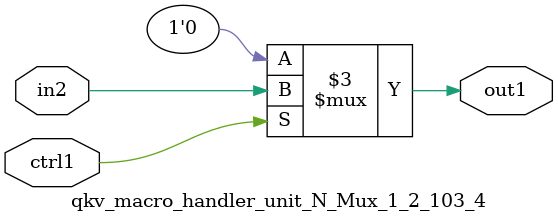
<source format=v>

`timescale 1ps / 1ps


module qkv_macro_handler_unit_N_Mux_1_2_103_4( in2, ctrl1, out1 );

    input in2;
    input ctrl1;
    output out1;
    reg out1;

    
    // rtl_process:qkv_macro_handler_unit_N_Mux_1_2_103_4/qkv_macro_handler_unit_N_Mux_1_2_103_4_thread_1
    always @*
      begin : qkv_macro_handler_unit_N_Mux_1_2_103_4_thread_1
        case (ctrl1) 
          1'b1: 
            begin
              out1 = in2;
            end
          default: 
            begin
              out1 = 1'b0;
            end
        endcase
      end

endmodule



</source>
